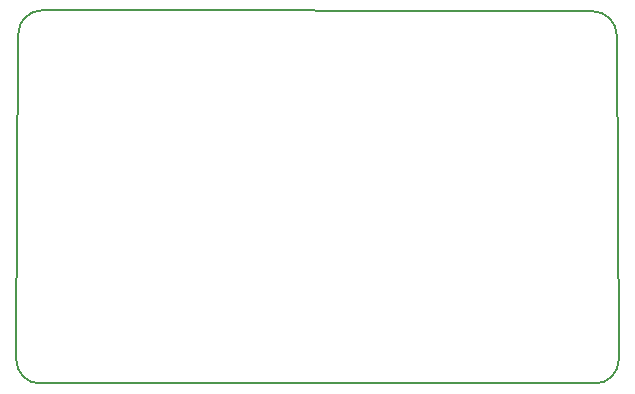
<source format=gbr>
%TF.GenerationSoftware,KiCad,Pcbnew,9.0.7*%
%TF.CreationDate,2026-01-20T08:57:55-06:00*%
%TF.ProjectId,SIO_Breakout,53494f5f-4272-4656-916b-6f75742e6b69,rev?*%
%TF.SameCoordinates,Original*%
%TF.FileFunction,Profile,NP*%
%FSLAX46Y46*%
G04 Gerber Fmt 4.6, Leading zero omitted, Abs format (unit mm)*
G04 Created by KiCad (PCBNEW 9.0.7) date 2026-01-20 08:57:55*
%MOMM*%
%LPD*%
G01*
G04 APERTURE LIST*
%TA.AperFunction,Profile*%
%ADD10C,0.200000*%
%TD*%
G04 APERTURE END LIST*
D10*
X117750000Y-127500000D02*
G75*
G02*
X115750000Y-125500000I0J2000000D01*
G01*
X166750000Y-125500000D02*
G75*
G02*
X164750000Y-127500000I-2000000J0D01*
G01*
X115914214Y-97914214D02*
G75*
G02*
X117914214Y-95914214I1999986J14D01*
G01*
X166750000Y-125500000D02*
X166585786Y-98000000D01*
X117750000Y-127500000D02*
X164750000Y-127500000D01*
X164585786Y-96000000D02*
X117914200Y-95914214D01*
X164585786Y-96000000D02*
G75*
G02*
X166585800Y-98000000I14J-2000000D01*
G01*
X115914214Y-97914200D02*
X115750000Y-125500000D01*
M02*

</source>
